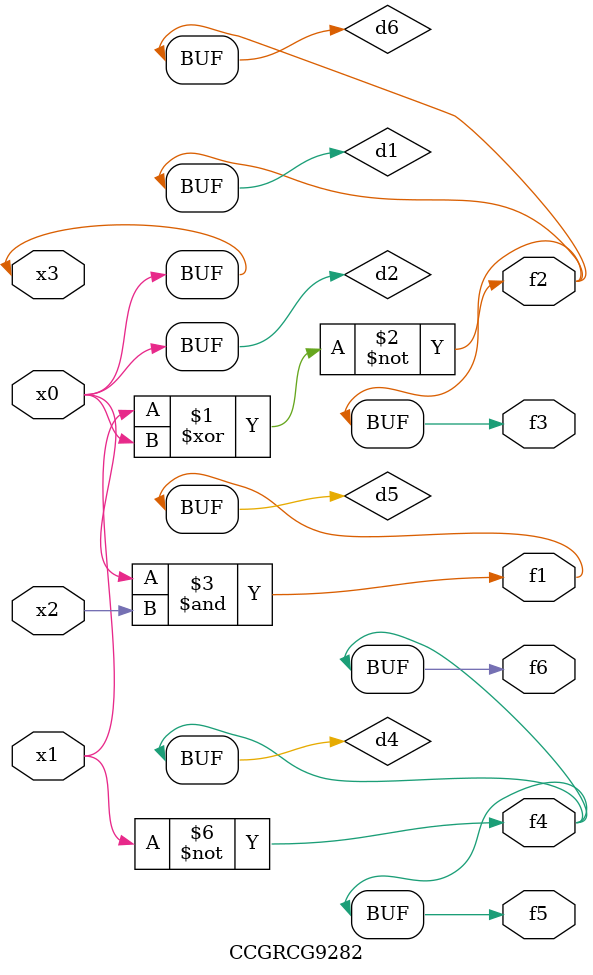
<source format=v>
module CCGRCG9282(
	input x0, x1, x2, x3,
	output f1, f2, f3, f4, f5, f6
);

	wire d1, d2, d3, d4, d5, d6;

	xnor (d1, x1, x3);
	buf (d2, x0, x3);
	nand (d3, x0, x2);
	not (d4, x1);
	nand (d5, d3);
	or (d6, d1);
	assign f1 = d5;
	assign f2 = d6;
	assign f3 = d6;
	assign f4 = d4;
	assign f5 = d4;
	assign f6 = d4;
endmodule

</source>
